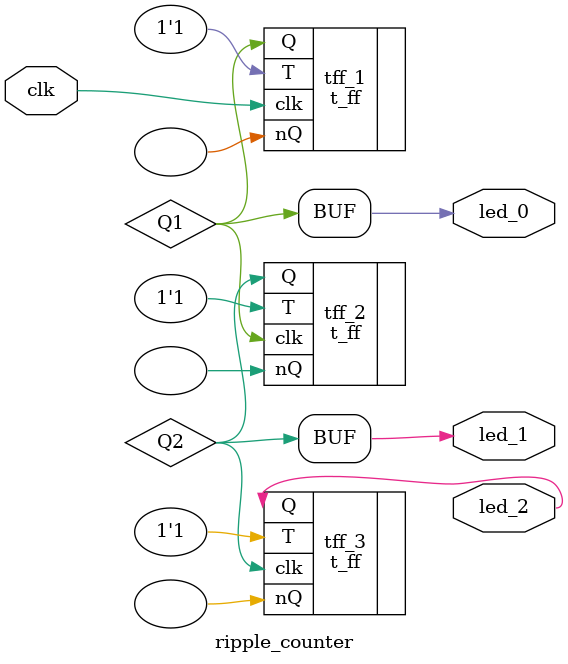
<source format=v>
module ripple_counter (
    input clk,
    output led_0, 
    output led_1, 
    output led_2 
);

    wire Q1; 
    wire Q2; 

    t_ff tff_1 (
        .T   (1'b1), 
        .clk (clk), 
        .Q   (Q1), 
        .nQ  ()
    );
    assign led_0 = Q1;

    t_ff tff_2 (
        .T   (1'b1), 
        .clk (Q1), 
        .Q   (Q2), 
        .nQ  ()
    );
    assign led_1 = Q2;

    t_ff tff_3 (
        .T   (1'b1), 
        .clk (Q2), 
        .Q   (led_2), 
        .nQ  ()
    );

endmodule
</source>
